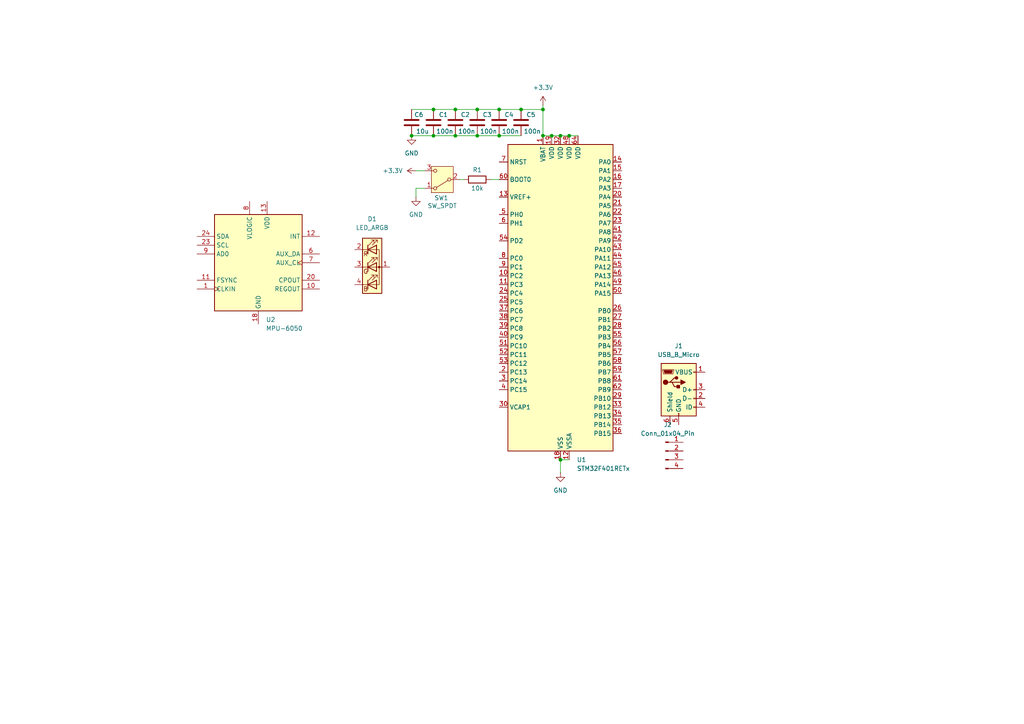
<source format=kicad_sch>
(kicad_sch (version 20231120) (generator "eeschema") (generator_version "8.0")
  (paper "A4")
  (lib_symbols
    (symbol "Connector:Conn_01x04_Pin" (pin_names (offset 1.016) hide)
      (property "Reference" "J" (at 0 5.08 0))
      (property "Value" "Conn_01x04_Pin" (at 0 -7.62 0))
      (symbol "Conn_01x04_Pin_1_1"
        (polyline (pts (xy 1.27 -5.08) (xy 0.8636 -5.08)) (stroke (width 0.1524)))
        (polyline (pts (xy 1.27 -2.54) (xy 0.8636 -2.54)) (stroke (width 0.1524)))
        (polyline (pts (xy 1.27 0) (xy 0.8636 0)) (stroke (width 0.1524)))
        (polyline (pts (xy 1.27 2.54) (xy 0.8636 2.54)) (stroke (width 0.1524)))
        (rectangle (start 0.8636 -4.953) (end 0 -5.207) (stroke (width 0.1524)) (fill (type outline)))
        (rectangle (start 0.8636 -2.413) (end 0 -2.667) (stroke (width 0.1524)) (fill (type outline)))
        (rectangle (start 0.8636 0.127) (end 0 -0.127) (stroke (width 0.1524)) (fill (type outline)))
        (rectangle (start 0.8636 2.667) (end 0 2.413) (stroke (width 0.1524)) (fill (type outline)))
        (pin passive line (at 5.08 2.54 180) (length 3.81) (name "Pin_1") (number "1"))
        (pin passive line (at 5.08 0 180) (length 3.81) (name "Pin_2") (number "2"))
        (pin passive line (at 5.08 -2.54 180) (length 3.81) (name "Pin_3") (number "3"))
        (pin passive line (at 5.08 -5.08 180) (length 3.81) (name "Pin_4") (number "4"))
      )
    )
    (symbol "Connector:USB_B_Micro" (pin_names (offset 1.016))
      (property "Reference" "J" (at -5.08 11.43 0))
      (property "Value" "USB_B_Micro" (at -5.08 8.89 0))
      (symbol "USB_B_Micro_0_1"
        (rectangle (start -5.08 -7.62) (end 5.08 7.62) (stroke (width 0.254)) (fill (type background)))
        (circle (center -3.81 2.159) (radius 0.635) (stroke (width 0.254)) (fill (type outline)))
        (circle (center -0.635 3.429) (radius 0.381) (stroke (width 0.254)) (fill (type outline)))
        (rectangle (start -0.127 -7.62) (end 0.127 -6.858))
        (polyline (pts (xy -1.905 2.159) (xy 0.635 2.159)) (stroke (width 0.254)))
        (polyline (pts (xy -3.175 2.159) (xy -2.54 2.159) (xy -1.27 3.429) (xy -0.635 3.429)) (stroke (width 0.254)))
        (polyline (pts (xy -2.54 2.159) (xy -1.905 2.159) (xy -1.27 0.889) (xy 0 0.889)) (stroke (width 0.254)))
        (polyline (pts (xy 0.635 2.794) (xy 0.635 1.524) (xy 1.905 2.159) (xy 0.635 2.794)) (stroke (width 0.254)) (fill (type outline)))
        (polyline (pts (xy -4.318 5.588) (xy -1.778 5.588) (xy -2.032 4.826) (xy -4.064 4.826) (xy -4.318 5.588)) (fill (type outline)))
        (polyline (pts (xy -4.699 5.842) (xy -4.699 5.588) (xy -4.445 4.826) (xy -4.445 4.572) (xy -1.651 4.572) (xy -1.651 4.826) (xy -1.397 5.588) (xy -1.397 5.842) (xy -4.699 5.842)))
        (rectangle (start 0.254 1.27) (end -0.508 0.508) (stroke (width 0.254)) (fill (type outline)))
        (rectangle (start 5.08 -5.207) (end 4.318 -4.953))
        (rectangle (start 5.08 -2.667) (end 4.318 -2.413))
        (rectangle (start 5.08 -0.127) (end 4.318 0.127))
        (rectangle (start 5.08 4.953) (end 4.318 5.207))
      )
      (symbol "USB_B_Micro_1_1"
        (pin power_out line (at 7.62 5.08 180) (length 2.54) (name "VBUS") (number "1"))
        (pin bidirectional line (at 7.62 -2.54 180) (length 2.54) (name "D-") (number "2"))
        (pin bidirectional line (at 7.62 0 180) (length 2.54) (name "D+") (number "3"))
        (pin passive line (at 7.62 -5.08 180) (length 2.54) (name "ID") (number "4"))
        (pin power_out line (at 0 -10.16 90) (length 2.54) (name "GND") (number "5"))
        (pin passive line (at -2.54 -10.16 90) (length 2.54) (name "Shield") (number "6"))
      )
    )
    (symbol "Device:C" (pin_numbers hide) (pin_names (offset 0.254))
      (property "Reference" "C" (at 0.635 2.54 0))
      (property "Value" "C" (at 0.635 -2.54 0))
      (symbol "C_0_1"
        (polyline (pts (xy -2.032 -0.762) (xy 2.032 -0.762)) (stroke (width 0.508)))
        (polyline (pts (xy -2.032 0.762) (xy 2.032 0.762)) (stroke (width 0.508)))
      )
      (symbol "C_1_1"
        (pin passive line (at 0 3.81 270) (length 2.794) (name "~") (number "1"))
        (pin passive line (at 0 -3.81 90) (length 2.794) (name "~") (number "2"))
      )
    )
    (symbol "Device:LED_ARGB" (pin_names (offset 0) hide)
      (property "Reference" "D" (at 0 9.398 0))
      (property "Value" "LED_ARGB" (at 0 -8.89 0))
      (symbol "LED_ARGB_0_0"
        (text "B" (at -1.905 -6.35 0) (effects (font (size 1.27 1.27))))
        (text "G" (at -1.905 -1.27 0) (effects (font (size 1.27 1.27))))
        (text "R" (at -1.905 3.81 0) (effects (font (size 1.27 1.27))))
      )
      (symbol "LED_ARGB_0_1"
        (polyline (pts (xy -1.27 -5.08) (xy -2.54 -5.08)))
        (polyline (pts (xy -1.27 -5.08) (xy 1.27 -5.08)))
        (polyline (pts (xy -1.27 -3.81) (xy -1.27 -6.35)) (stroke (width 0.254)))
        (polyline (pts (xy -1.27 0) (xy -2.54 0)))
        (polyline (pts (xy -1.27 1.27) (xy -1.27 -1.27)) (stroke (width 0.254)))
        (polyline (pts (xy -1.27 5.08) (xy -2.54 5.08)))
        (polyline (pts (xy -1.27 5.08) (xy 1.27 5.08)))
        (polyline (pts (xy -1.27 6.35) (xy -1.27 3.81)) (stroke (width 0.254)))
        (polyline (pts (xy 1.27 0) (xy -1.27 0)))
        (polyline (pts (xy 1.27 0) (xy 2.54 0)))
        (polyline (pts (xy -1.27 1.27) (xy -1.27 -1.27) (xy -1.27 -1.27)))
        (polyline (pts (xy -1.27 6.35) (xy -1.27 3.81) (xy -1.27 3.81)))
        (polyline (pts (xy 1.27 -5.08) (xy 2.032 -5.08) (xy 2.032 5.08) (xy 1.27 5.08)))
        (polyline (pts (xy 1.27 -3.81) (xy 1.27 -6.35) (xy -1.27 -5.08) (xy 1.27 -3.81)) (stroke (width 0.254)))
        (polyline (pts (xy 1.27 1.27) (xy 1.27 -1.27) (xy -1.27 0) (xy 1.27 1.27)) (stroke (width 0.254)))
        (polyline (pts (xy 1.27 6.35) (xy 1.27 3.81) (xy -1.27 5.08) (xy 1.27 6.35)) (stroke (width 0.254)))
        (polyline (pts (xy -1.016 -3.81) (xy 0.508 -2.286) (xy -0.254 -2.286) (xy 0.508 -2.286) (xy 0.508 -3.048)))
        (polyline (pts (xy -1.016 1.27) (xy 0.508 2.794) (xy -0.254 2.794) (xy 0.508 2.794) (xy 0.508 2.032)))
        (polyline (pts (xy -1.016 6.35) (xy 0.508 7.874) (xy -0.254 7.874) (xy 0.508 7.874) (xy 0.508 7.112)))
        (polyline (pts (xy 0 -3.81) (xy 1.524 -2.286) (xy 0.762 -2.286) (xy 1.524 -2.286) (xy 1.524 -3.048)))
        (polyline (pts (xy 0 1.27) (xy 1.524 2.794) (xy 0.762 2.794) (xy 1.524 2.794) (xy 1.524 2.032)))
        (polyline (pts (xy 0 6.35) (xy 1.524 7.874) (xy 0.762 7.874) (xy 1.524 7.874) (xy 1.524 7.112)))
        (rectangle (start 1.27 -1.27) (end 1.27 1.27))
        (rectangle (start 1.27 1.27) (end 1.27 1.27))
        (rectangle (start 1.27 3.81) (end 1.27 6.35))
        (rectangle (start 1.27 6.35) (end 1.27 6.35))
        (circle (center 2.032 0) (radius 0.254) (fill (type outline)))
        (rectangle (start 2.794 8.382) (end -2.794 -7.62) (stroke (width 0.254)) (fill (type background)))
      )
      (symbol "LED_ARGB_1_1"
        (pin passive line (at 5.08 0 180) (length 2.54) (name "A") (number "1"))
        (pin passive line (at -5.08 5.08 0) (length 2.54) (name "RK") (number "2"))
        (pin passive line (at -5.08 0 0) (length 2.54) (name "GK") (number "3"))
        (pin passive line (at -5.08 -5.08 0) (length 2.54) (name "BK") (number "4"))
      )
    )
    (symbol "Device:R" (pin_numbers hide) (pin_names (offset 0))
      (property "Reference" "R" (at 2.032 0 90))
      (property "Value" "R" (at 0 0 90))
      (symbol "R_0_1"
        (rectangle (start -1.016 -2.54) (end 1.016 2.54) (stroke (width 0.254)))
      )
      (symbol "R_1_1"
        (pin passive line (at 0 3.81 270) (length 1.27) (name "~") (number "1"))
        (pin passive line (at 0 -3.81 90) (length 1.27) (name "~") (number "2"))
      )
    )
    (symbol "MCU_ST_STM32F4:STM32F401RETx"
      (property "Reference" "U" (at -15.24 46.99 0))
      (property "Value" "STM32F401RETx" (at 7.62 46.99 0))
      (symbol "STM32F401RETx_0_1"
        (rectangle (start -15.24 -43.18) (end 15.24 45.72) (stroke (width 0.254)) (fill (type background)))
      )
      (symbol "STM32F401RETx_1_1"
        (pin power_in line (at -5.08 48.26 270) (length 2.54) (name "VBAT") (number "1"))
        (pin bidirectional line (at -17.78 7.62 0) (length 2.54) (name "PC2") (number "10"))
        (pin bidirectional line (at -17.78 5.08 0) (length 2.54) (name "PC3") (number "11"))
        (pin power_in line (at 2.54 -45.72 90) (length 2.54) (name "VSSA") (number "12"))
        (pin input line (at -17.78 30.48 0) (length 2.54) (name "VREF+") (number "13"))
        (pin bidirectional line (at 17.78 40.64 180) (length 2.54) (name "PA0") (number "14"))
        (pin bidirectional line (at 17.78 38.1 180) (length 2.54) (name "PA1") (number "15"))
        (pin bidirectional line (at 17.78 35.56 180) (length 2.54) (name "PA2") (number "16"))
        (pin bidirectional line (at 17.78 33.02 180) (length 2.54) (name "PA3") (number "17"))
        (pin power_in line (at 0 -45.72 90) (length 2.54) (name "VSS") (number "18"))
        (pin power_in line (at -2.54 48.26 270) (length 2.54) (name "VDD") (number "19"))
        (pin bidirectional line (at -17.78 -20.32 0) (length 2.54) (name "PC13") (number "2"))
        (pin bidirectional line (at 17.78 30.48 180) (length 2.54) (name "PA4") (number "20"))
        (pin bidirectional line (at 17.78 27.94 180) (length 2.54) (name "PA5") (number "21"))
        (pin bidirectional line (at 17.78 25.4 180) (length 2.54) (name "PA6") (number "22"))
        (pin bidirectional line (at 17.78 22.86 180) (length 2.54) (name "PA7") (number "23"))
        (pin bidirectional line (at -17.78 2.54 0) (length 2.54) (name "PC4") (number "24"))
        (pin bidirectional line (at -17.78 0 0) (length 2.54) (name "PC5") (number "25"))
        (pin bidirectional line (at 17.78 -2.54 180) (length 2.54) (name "PB0") (number "26"))
        (pin bidirectional line (at 17.78 -5.08 180) (length 2.54) (name "PB1") (number "27"))
        (pin bidirectional line (at 17.78 -7.62 180) (length 2.54) (name "PB2") (number "28"))
        (pin bidirectional line (at 17.78 -27.94 180) (length 2.54) (name "PB10") (number "29"))
        (pin bidirectional line (at -17.78 -22.86 0) (length 2.54) (name "PC14") (number "3"))
        (pin power_out line (at -17.78 -30.48 0) (length 2.54) (name "VCAP1") (number "30"))
        (pin passive line (at 0 -45.72 90) (length 2.54) hide (name "VSS") (number "31"))
        (pin power_in line (at 0 48.26 270) (length 2.54) (name "VDD") (number "32"))
        (pin bidirectional line (at 17.78 -30.48 180) (length 2.54) (name "PB12") (number "33"))
        (pin bidirectional line (at 17.78 -33.02 180) (length 2.54) (name "PB13") (number "34"))
        (pin bidirectional line (at 17.78 -35.56 180) (length 2.54) (name "PB14") (number "35"))
        (pin bidirectional line (at 17.78 -38.1 180) (length 2.54) (name "PB15") (number "36"))
        (pin bidirectional line (at -17.78 -2.54 0) (length 2.54) (name "PC6") (number "37"))
        (pin bidirectional line (at -17.78 -5.08 0) (length 2.54) (name "PC7") (number "38"))
        (pin bidirectional line (at -17.78 -7.62 0) (length 2.54) (name "PC8") (number "39"))
        (pin bidirectional line (at -17.78 -25.4 0) (length 2.54) (name "PC15") (number "4"))
        (pin bidirectional line (at -17.78 -10.16 0) (length 2.54) (name "PC9") (number "40"))
        (pin bidirectional line (at 17.78 20.32 180) (length 2.54) (name "PA8") (number "41"))
        (pin bidirectional line (at 17.78 17.78 180) (length 2.54) (name "PA9") (number "42"))
        (pin bidirectional line (at 17.78 15.24 180) (length 2.54) (name "PA10") (number "43"))
        (pin bidirectional line (at 17.78 12.7 180) (length 2.54) (name "PA11") (number "44"))
        (pin bidirectional line (at 17.78 10.16 180) (length 2.54) (name "PA12") (number "45"))
        (pin bidirectional line (at 17.78 7.62 180) (length 2.54) (name "PA13") (number "46"))
        (pin passive line (at 0 -45.72 90) (length 2.54) hide (name "VSS") (number "47"))
        (pin power_in line (at 2.54 48.26 270) (length 2.54) (name "VDD") (number "48"))
        (pin bidirectional line (at 17.78 5.08 180) (length 2.54) (name "PA14") (number "49"))
        (pin bidirectional line (at -17.78 25.4 0) (length 2.54) (name "PH0") (number "5"))
        (pin bidirectional line (at 17.78 2.54 180) (length 2.54) (name "PA15") (number "50"))
        (pin bidirectional line (at -17.78 -12.7 0) (length 2.54) (name "PC10") (number "51"))
        (pin bidirectional line (at -17.78 -15.24 0) (length 2.54) (name "PC11") (number "52"))
        (pin bidirectional line (at -17.78 -17.78 0) (length 2.54) (name "PC12") (number "53"))
        (pin bidirectional line (at -17.78 17.78 0) (length 2.54) (name "PD2") (number "54"))
        (pin bidirectional line (at 17.78 -10.16 180) (length 2.54) (name "PB3") (number "55"))
        (pin bidirectional line (at 17.78 -12.7 180) (length 2.54) (name "PB4") (number "56"))
        (pin bidirectional line (at 17.78 -15.24 180) (length 2.54) (name "PB5") (number "57"))
        (pin bidirectional line (at 17.78 -17.78 180) (length 2.54) (name "PB6") (number "58"))
        (pin bidirectional line (at 17.78 -20.32 180) (length 2.54) (name "PB7") (number "59"))
        (pin bidirectional line (at -17.78 22.86 0) (length 2.54) (name "PH1") (number "6"))
        (pin input line (at -17.78 35.56 0) (length 2.54) (name "BOOT0") (number "60"))
        (pin bidirectional line (at 17.78 -22.86 180) (length 2.54) (name "PB8") (number "61"))
        (pin bidirectional line (at 17.78 -25.4 180) (length 2.54) (name "PB9") (number "62"))
        (pin passive line (at 0 -45.72 90) (length 2.54) hide (name "VSS") (number "63"))
        (pin power_in line (at 5.08 48.26 270) (length 2.54) (name "VDD") (number "64"))
        (pin input line (at -17.78 40.64 0) (length 2.54) (name "NRST") (number "7"))
        (pin bidirectional line (at -17.78 12.7 0) (length 2.54) (name "PC0") (number "8"))
        (pin bidirectional line (at -17.78 10.16 0) (length 2.54) (name "PC1") (number "9"))
      )
    )
    (symbol "Sensor_Motion:MPU-6050"
      (property "Reference" "U" (at -11.43 13.97 0))
      (property "Value" "MPU-6050" (at 7.62 -15.24 0))
      (symbol "MPU-6050_0_0"
        (text "" (at 12.7 -2.54 0) (effects (font (size 1.27 1.27))))
      )
      (symbol "MPU-6050_0_1"
        (rectangle (start -12.7 13.97) (end 12.7 -13.97) (stroke (width 0.254)) (fill (type background)))
      )
      (symbol "MPU-6050_1_1"
        (pin input clock (at -17.78 -7.62 0) (length 5.08) (name "CLKIN") (number "1"))
        (pin passive line (at 17.78 -7.62 180) (length 5.08) (name "REGOUT") (number "10"))
        (pin input line (at -17.78 -5.08 0) (length 5.08) (name "FSYNC") (number "11"))
        (pin output line (at 17.78 7.62 180) (length 5.08) (name "INT") (number "12"))
        (pin power_in line (at 2.54 17.78 270) (length 3.81) (name "VDD") (number "13"))
        (pin no_connect line (at -12.7 -10.16 0) (length 2.54) hide (name "NC") (number "14"))
        (pin no_connect line (at 12.7 12.7 180) (length 2.54) hide (name "NC") (number "15"))
        (pin no_connect line (at 12.7 10.16 180) (length 2.54) hide (name "NC") (number "16"))
        (pin no_connect line (at 12.7 5.08 180) (length 2.54) hide (name "NC") (number "17"))
        (pin power_in line (at 0 -17.78 90) (length 3.81) (name "GND") (number "18"))
        (pin no_connect line (at 12.7 -10.16 180) (length 2.54) hide (name "RESV") (number "19"))
        (pin no_connect line (at -12.7 12.7 0) (length 2.54) hide (name "NC") (number "2"))
        (pin passive line (at 17.78 -5.08 180) (length 5.08) (name "CPOUT") (number "20"))
        (pin no_connect line (at 12.7 -2.54 180) (length 2.54) hide (name "RESV") (number "21"))
        (pin no_connect line (at 12.7 -12.7 180) (length 2.54) hide (name "RESV") (number "22"))
        (pin input line (at -17.78 5.08 0) (length 5.08) (name "SCL") (number "23"))
        (pin bidirectional line (at -17.78 7.62 0) (length 5.08) (name "SDA") (number "24"))
        (pin no_connect line (at -12.7 10.16 0) (length 2.54) hide (name "NC") (number "3"))
        (pin no_connect line (at -12.7 0 0) (length 2.54) hide (name "NC") (number "4"))
        (pin no_connect line (at -12.7 -2.54 0) (length 2.54) hide (name "NC") (number "5"))
        (pin bidirectional line (at 17.78 2.54 180) (length 5.08) (name "AUX_DA") (number "6"))
        (pin output clock (at 17.78 0 180) (length 5.08) (name "AUX_CL") (number "7"))
        (pin power_in line (at -2.54 17.78 270) (length 3.81) (name "VLOGIC") (number "8"))
        (pin input line (at -17.78 2.54 0) (length 5.08) (name "AD0") (number "9"))
      )
    )
    (symbol "Switch:SW_SPDT" (pin_names (offset 0) hide)
      (property "Reference" "SW" (at 0 5.08 0))
      (property "Value" "SW_SPDT" (at 0 -5.08 0))
      (symbol "SW_SPDT_0_1"
        (circle (center -2.032 0) (radius 0.4572))
        (polyline (pts (xy -1.651 0.254) (xy 1.651 2.286)))
        (circle (center 2.032 -2.54) (radius 0.4572))
        (circle (center 2.032 2.54) (radius 0.4572))
      )
      (symbol "SW_SPDT_1_1"
        (rectangle (start -3.175 3.81) (end 3.175 -3.81) (fill (type background)))
        (pin passive line (at 5.08 2.54 180) (length 2.54) (name "A") (number "1"))
        (pin passive line (at -5.08 0 0) (length 2.54) (name "B") (number "2"))
        (pin passive line (at 5.08 -2.54 180) (length 2.54) (name "C") (number "3"))
      )
    )
    (symbol "power:+3.3V" (power) (pin_numbers hide) (pin_names (offset 0) hide)
      (property "Value" "+3.3V" (at 0 3.556 0))
      (symbol "+3.3V_0_1"
        (polyline (pts (xy -0.762 1.27) (xy 0 2.54)))
        (polyline (pts (xy 0 0) (xy 0 2.54)))
        (polyline (pts (xy 0 2.54) (xy 0.762 1.27)))
      )
      (symbol "+3.3V_1_1"
        (pin power_in line (at 0 0 90) (length 0) (name "~") (number "1"))
      )
    )
    (symbol "power:GND" (power) (pin_numbers hide) (pin_names (offset 0) hide)
      (property "Value" "GND" (at 0 -3.81 0))
      (symbol "GND_0_1"
        (polyline (pts (xy 0 0) (xy 0 -1.27) (xy 1.27 -1.27) (xy 0 -2.54) (xy -1.27 -1.27) (xy 0 -1.27)))
      )
      (symbol "GND_1_1"
        (pin power_in line (at 0 0 270) (length 0) (name "~") (number "1"))
      )
    )
  )
  (junction (at 162.56 133.35))
  (junction (at 125.73 39.37))
  (junction (at 160.02 39.37))
  (junction (at 162.56 39.37))
  (junction (at 138.43 39.37))
  (junction (at 151.13 31.75))
  (junction (at 144.78 31.75))
  (junction (at 132.08 31.75))
  (junction (at 165.1 39.37))
  (junction (at 132.08 39.37))
  (junction (at 125.73 31.75))
  (junction (at 138.43 31.75))
  (junction (at 144.78 39.37))
  (junction (at 157.48 31.75))
  (junction (at 157.48 39.37))
  (junction (at 119.38 39.37))
  (wire (pts (xy 162.56 133.35) (xy 165.1 133.35)))
  (wire (pts (xy 120.65 54.61) (xy 120.65 57.15)))
  (wire (pts (xy 162.56 39.37) (xy 165.1 39.37)))
  (wire (pts (xy 132.08 39.37) (xy 138.43 39.37)))
  (wire (pts (xy 157.48 31.75) (xy 157.48 30.48)))
  (wire (pts (xy 160.02 39.37) (xy 162.56 39.37)))
  (wire (pts (xy 119.38 39.37) (xy 125.73 39.37)))
  (wire (pts (xy 162.56 133.35) (xy 162.56 137.16)))
  (wire (pts (xy 142.24 52.07) (xy 144.78 52.07)))
  (wire (pts (xy 119.38 31.75) (xy 125.73 31.75)))
  (wire (pts (xy 144.78 31.75) (xy 151.13 31.75)))
  (wire (pts (xy 133.35 52.07) (xy 134.62 52.07)))
  (wire (pts (xy 165.1 39.37) (xy 167.64 39.37)))
  (wire (pts (xy 125.73 39.37) (xy 132.08 39.37)))
  (wire (pts (xy 132.08 31.75) (xy 138.43 31.75)))
  (wire (pts (xy 125.73 31.75) (xy 132.08 31.75)))
  (wire (pts (xy 138.43 39.37) (xy 144.78 39.37)))
  (wire (pts (xy 123.19 54.61) (xy 120.65 54.61)))
  (wire (pts (xy 144.78 39.37) (xy 151.13 39.37)))
  (wire (pts (xy 151.13 31.75) (xy 157.48 31.75)))
  (wire (pts (xy 138.43 31.75) (xy 144.78 31.75)))
  (wire (pts (xy 157.48 31.75) (xy 157.48 39.37)))
  (wire (pts (xy 157.48 39.37) (xy 160.02 39.37)))
  (wire (pts (xy 120.65 49.53) (xy 123.19 49.53)))
  (symbol (lib_id "MCU_ST_STM32F4:STM32F401RETx") (at 162.56 87.63 0) (unit 1)
    (property "Reference" "U1" (at 167.2941 133.35 0) (effects (justify left)))
    (property "Value" "STM32F401RETx" (at 167.2941 135.89 0) (effects (justify left)))
    (property "Footprint" "Package_QFP:LQFP-64_10x10mm_P0.5mm" (effects (hide yes)))
    (property "Datasheet" "https://www.st.com/resource/en/datasheet/stm32f401re.pdf" (effects (hide yes)))
    (property "Description" "STMicroelectronics Arm Cortex-M4 MCU, 512KB flash, 96KB RAM, 84 MHz, 1.7-3.6V, 50 GPIO, LQFP64" (effects (hide yes)))
  )
  (symbol (lib_id "Device:C") (at 151.13 35.56 0) (unit 1)
    (property "Reference" "C5" (at 152.654 33.274 0) (effects (justify left)))
    (property "Value" "100n" (at 151.892 38.1 0) (effects (justify left)))
    (property "Description" "Unpolarized capacitor" (effects (hide yes)))
  )
  (symbol (lib_id "Device:LED_ARGB") (at 107.95 77.47 0) (unit 1)
    (property "Reference" "D1" (at 107.95 63.5 0))
    (property "Value" "LED_ARGB" (at 107.95 66.04 0))
    (property "Description" "RGB LED, anode/red/green/blue" (effects (hide yes)))
  )
  (symbol (lib_id "power:+3.3V") (at 157.48 30.48 0) (unit 1)
    (property "Reference" "#PWR02" (effects (hide yes)))
    (property "Value" "+3.3V" (at 157.48 25.4 0))
    (property "Description" "Power symbol creates a global label with name \"+3.3V\"" (effects (hide yes)))
  )
  (symbol (lib_id "power:GND") (at 120.65 57.15 0) (unit 1)
    (property "Reference" "#PWR04" (effects (hide yes)))
    (property "Value" "GND" (at 120.65 62.23 0))
    (property "Description" "Power symbol creates a global label with name \"GND\" , ground" (effects (hide yes)))
  )
  (symbol (lib_id "Device:R") (at 138.43 52.07 90) (unit 1)
    (property "Reference" "R1" (at 138.43 49.276 90))
    (property "Value" "10k" (at 138.43 54.61 90))
    (property "Description" "Resistor" (effects (hide yes)))
  )
  (symbol (lib_id "Device:C") (at 138.43 35.56 0) (unit 1)
    (property "Reference" "C3" (at 139.954 33.274 0) (effects (justify left)))
    (property "Value" "100n" (at 139.192 38.1 0) (effects (justify left)))
    (property "Description" "Unpolarized capacitor" (effects (hide yes)))
  )
  (symbol (lib_id "Device:C") (at 119.38 35.56 0) (unit 1)
    (property "Reference" "C6" (at 120.142 33.274 0) (effects (justify left)))
    (property "Value" "10u" (at 120.65 38.1 0) (effects (justify left)))
    (property "Description" "Unpolarized capacitor" (effects (hide yes)))
  )
  (symbol (lib_id "Connector:USB_B_Micro") (at 196.85 113.03 0) (unit 1)
    (property "Reference" "J1" (at 196.85 100.33 0))
    (property "Value" "USB_B_Micro" (at 196.85 102.87 0))
    (property "Description" "USB Micro Type B connector" (effects (hide yes)))
  )
  (symbol (lib_id "Sensor_Motion:MPU-6050") (at 74.93 76.2 0) (unit 1)
    (property "Reference" "U2" (at 77.1241 92.71 0) (effects (justify left)))
    (property "Value" "MPU-6050" (at 77.1241 95.25 0) (effects (justify left)))
    (property "Footprint" "Sensor_Motion:InvenSense_QFN-24_4x4mm_P0.5mm" (effects (hide yes)))
    (property "Datasheet" "https://invensense.tdk.com/wp-content/uploads/2015/02/MPU-6000-Datasheet1.pdf" (effects (hide yes)))
    (property "Description" "InvenSense 6-Axis Motion Sensor, Gyroscope, Accelerometer, I2C" (effects (hide yes)))
  )
  (symbol (lib_id "Device:C") (at 132.08 35.56 0) (unit 1)
    (property "Reference" "C2" (at 133.604 33.274 0) (effects (justify left)))
    (property "Value" "100n" (at 132.842 38.1 0) (effects (justify left)))
    (property "Description" "Unpolarized capacitor" (effects (hide yes)))
  )
  (symbol (lib_id "Device:C") (at 144.78 35.56 0) (unit 1)
    (property "Reference" "C4" (at 146.304 33.274 0) (effects (justify left)))
    (property "Value" "100n" (at 145.542 38.1 0) (effects (justify left)))
    (property "Description" "Unpolarized capacitor" (effects (hide yes)))
  )
  (symbol (lib_id "power:GND") (at 162.56 137.16 0) (unit 1)
    (property "Reference" "#PWR01" (effects (hide yes)))
    (property "Value" "GND" (at 162.56 142.24 0))
    (property "Description" "Power symbol creates a global label with name \"GND\" , ground" (effects (hide yes)))
  )
  (symbol (lib_id "power:GND") (at 119.38 39.37 0) (unit 1)
    (property "Reference" "#PWR03" (effects (hide yes)))
    (property "Value" "GND" (at 119.38 44.45 0))
    (property "Description" "Power symbol creates a global label with name \"GND\" , ground" (effects (hide yes)))
  )
  (symbol (lib_id "Switch:SW_SPDT") (at 128.27 52.07 180) (unit 1)
    (property "Reference" "SW1" (at 128.016 57.404 0))
    (property "Value" "SW_SPDT" (at 128.27 59.69 0))
    (property "Description" "Switch, single pole double throw" (effects (hide yes)))
  )
  (symbol (lib_id "power:+3.3V") (at 120.65 49.53 90) (unit 1)
    (property "Reference" "#PWR05" (effects (hide yes)))
    (property "Value" "+3.3V" (at 116.84 49.5299 90) (effects (justify left)))
    (property "Description" "Power symbol creates a global label with name \"+3.3V\"" (effects (hide yes)))
  )
  (symbol (lib_id "Device:C") (at 125.73 35.56 0) (unit 1)
    (property "Reference" "C1" (at 127.254 33.274 0) (effects (justify left)))
    (property "Value" "100n" (at 126.492 38.1 0) (effects (justify left)))
    (property "Description" "Unpolarized capacitor" (effects (hide yes)))
  )
  (symbol (lib_id "Connector:Conn_01x04_Pin") (at 193.04 130.81 0) (unit 1)
    (property "Reference" "J2" (at 193.675 123.19 0))
    (property "Value" "Conn_01x04_Pin" (at 193.675 125.73 0))
    (property "Description" "Generic connector, single row, 01x04, script generated" (effects (hide yes)))
  )
)
</source>
